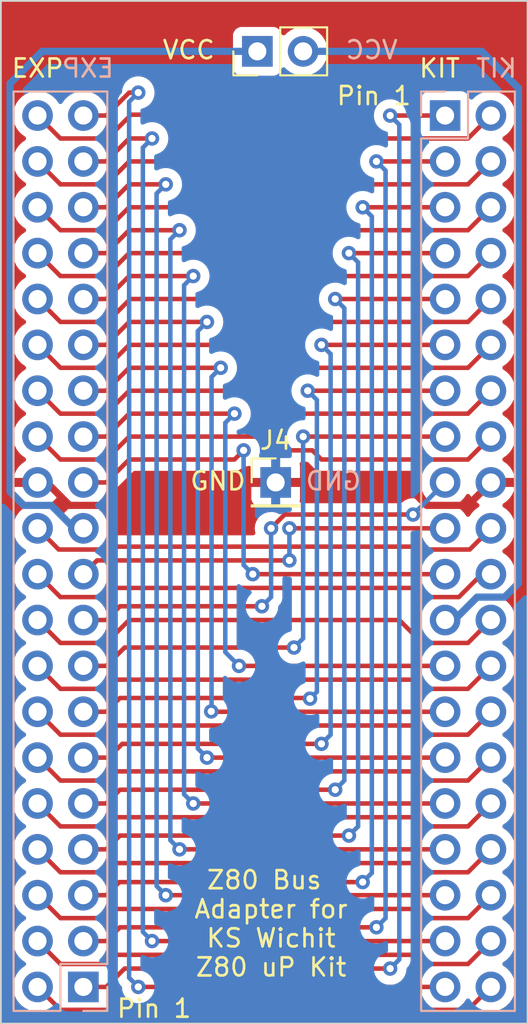
<source format=kicad_pcb>
(kicad_pcb (version 20221018) (generator pcbnew)
  (layers (0 "F.Cu" signal) (31 "B.Cu" signal) (34 "B.Paste" user) (35 "F.Paste" user) (36 "B.SilkS" user "B.Silkscreen") (37 "F.SilkS" user "F.Silkscreen") (38 "B.Mask" user) (39 "F.Mask" user) (44 "Edge.Cuts" user))
  (net 0 "")
  (net 1 "/A11")
  (net 2 "/A10")
  (net 3 "/A12")
  (net 4 "/A9")
  (net 5 "/A13")
  (net 6 "/A14")
  (net 7 "/A7")
  (net 8 "/A15")
  (net 9 "/A6")
  (net 10 "/A5")
  (net 11 "/A4")
  (net 12 "/A2")
  (net 13 "/A1")
  (net 14 "/A0")
  (net 15 "/A3")
  (net 16 "/A8")
  (net 17 "/CLK")
  (net 18 "/D4")
  (net 19 "/D3")
  (net 20 "/D5")
  (net 21 "/D6")
  (net 22 "/GND")
  (net 23 "/D7")
  (net 24 "/RFSH")
  (net 25 "/D0")
  (net 26 "/M1")
  (net 27 "/D1")
  (net 28 "/RESET")
  (net 29 "/INT")
  (net 30 "/BUSRQ")
  (net 31 "/NMI")
  (net 32 "/WAIT")
  (net 33 "/HALT")
  (net 34 "/BUSAK")
  (net 35 "/MREQ")
  (net 36 "/WR")
  (net 37 "/IOREQ")
  (net 38 "/RD")
  (net 39 "/D2")
  (net 40 "/VCC1")
  (net 41 "/VCC2")
  (footprint "Connector_PinHeader_2.54mm:PinHeader_1x02_P2.54mm_Vertical" (layer "F.Cu") (at 110.236 38.354 90)
    (fp_text reference "J3" hide)
    (fp_text value "Conn_01x02_Pin" hide)
    (fp_line (start -1.33 -1.33) (end 0 -1.33) (stroke (width 0.12)) (layer "F.SilkS"))
    (fp_line (start -1.33 0) (end -1.33 -1.33) (stroke (width 0.12)) (layer "F.SilkS"))
    (fp_line (start -1.33 1.27) (end -1.33 3.87) (stroke (width 0.12)) (layer "F.SilkS"))
    (fp_line (start -1.33 1.27) (end 1.33 1.27) (stroke (width 0.12)) (layer "F.SilkS"))
    (fp_line (start -1.33 3.87) (end 1.33 3.87) (stroke (width 0.12)) (layer "F.SilkS"))
    (fp_line (start 1.33 1.27) (end 1.33 3.87) (stroke (width 0.12)) (layer "F.SilkS"))
    (pad "1" thru_hole rect (at 0 0 90) (size 1.7 1.7) (drill 1) (layers "*.Cu" "*.Mask") (net 40 "/VCC1"))
    (pad "2" thru_hole oval (at 0 2.54 90) (size 1.7 1.7) (drill 1) (layers "*.Cu" "*.Mask") (net 41 "/VCC2"))
  )
  (footprint "Connector_PinHeader_2.54mm:PinHeader_1x01_P2.54mm_Vertical" (layer "F.Cu") (at 111.252 62.23)
    (fp_text reference "J4" (at 0 -2.33) (layer "F.SilkS"))
    (fp_text value "GND" hide)
    (fp_line (start -1.33 -1.33) (end 0 -1.33) (stroke (width 0.12)) (layer "F.SilkS"))
    (fp_line (start -1.33 0) (end -1.33 -1.33) (stroke (width 0.12)) (layer "F.SilkS"))
    (fp_line (start -1.33 1.27) (end -1.33 1.33) (stroke (width 0.12)) (layer "F.SilkS"))
    (fp_line (start -1.33 1.27) (end 1.33 1.27) (stroke (width 0.12)) (layer "F.SilkS"))
    (fp_line (start -1.33 1.33) (end 1.33 1.33) (stroke (width 0.12)) (layer "F.SilkS"))
    (fp_line (start 1.33 1.27) (end 1.33 1.33) (stroke (width 0.12)) (layer "F.SilkS"))
    (pad "1" thru_hole rect (at 0 0) (size 1.7 1.7) (drill 1) (layers "*.Cu" "*.Mask") (net 22 "/GND"))
  )
  (footprint "Connector_PinSocket_2.54mm:PinSocket_2x20_P2.54mm_Vertical" (layer "B.Cu") (at 120.65 41.91 180)
    (fp_text reference "J2" hide)
    (fp_text value "Z80_Header_KSWichit" hide)
    (fp_line (start -3.87 -49.59) (end 1.33 -49.59) (stroke (width 0.12)) (layer "B.SilkS"))
    (fp_line (start -3.87 1.33) (end -3.87 -49.59) (stroke (width 0.12)) (layer "B.SilkS"))
    (fp_line (start -3.87 1.33) (end -1.27 1.33) (stroke (width 0.12)) (layer "B.SilkS"))
    (fp_line (start -1.27 -1.27) (end 1.33 -1.27) (stroke (width 0.12)) (layer "B.SilkS"))
    (fp_line (start -1.27 1.33) (end -1.27 -1.27) (stroke (width 0.12)) (layer "B.SilkS"))
    (fp_line (start 0 1.33) (end 1.33 1.33) (stroke (width 0.12)) (layer "B.SilkS"))
    (fp_line (start 1.33 -1.27) (end 1.33 -49.59) (stroke (width 0.12)) (layer "B.SilkS"))
    (fp_line (start 1.33 1.33) (end 1.33 0) (stroke (width 0.12)) (layer "B.SilkS"))
    (pad "1" thru_hole rect (at 0 0 180) (size 1.7 1.7) (drill 1) (layers "*.Cu" "*.Mask") (net 1 "/A11"))
    (pad "2" thru_hole oval (at -2.54 0 180) (size 1.7 1.7) (drill 1) (layers "*.Cu" "*.Mask") (net 38 "/RD"))
    (pad "3" thru_hole oval (at 0 -2.54 180) (size 1.7 1.7) (drill 1) (layers "*.Cu" "*.Mask") (net 3 "/A12"))
    (pad "4" thru_hole oval (at -2.54 -2.54 180) (size 1.7 1.7) (drill 1) (layers "*.Cu" "*.Mask") (net 36 "/WR"))
    (pad "5" thru_hole oval (at 0 -5.08 180) (size 1.7 1.7) (drill 1) (layers "*.Cu" "*.Mask") (net 5 "/A13"))
    (pad "6" thru_hole oval (at -2.54 -5.08 180) (size 1.7 1.7) (drill 1) (layers "*.Cu" "*.Mask") (net 34 "/BUSAK"))
    (pad "7" thru_hole oval (at 0 -7.62 180) (size 1.7 1.7) (drill 1) (layers "*.Cu" "*.Mask") (net 6 "/A14"))
    (pad "8" thru_hole oval (at -2.54 -7.62 180) (size 1.7 1.7) (drill 1) (layers "*.Cu" "*.Mask") (net 32 "/WAIT"))
    (pad "9" thru_hole oval (at 0 -10.16 180) (size 1.7 1.7) (drill 1) (layers "*.Cu" "*.Mask") (net 8 "/A15"))
    (pad "10" thru_hole oval (at -2.54 -10.16 180) (size 1.7 1.7) (drill 1) (layers "*.Cu" "*.Mask") (net 30 "/BUSRQ"))
    (pad "11" thru_hole oval (at 0 -12.7 180) (size 1.7 1.7) (drill 1) (layers "*.Cu" "*.Mask") (net 17 "/CLK"))
    (pad "12" thru_hole oval (at -2.54 -12.7 180) (size 1.7 1.7) (drill 1) (layers "*.Cu" "*.Mask") (net 28 "/RESET"))
    (pad "13" thru_hole oval (at 0 -15.24 180) (size 1.7 1.7) (drill 1) (layers "*.Cu" "*.Mask") (net 18 "/D4"))
    (pad "14" thru_hole oval (at -2.54 -15.24 180) (size 1.7 1.7) (drill 1) (layers "*.Cu" "*.Mask") (net 26 "/M1"))
    (pad "15" thru_hole oval (at 0 -17.78 180) (size 1.7 1.7) (drill 1) (layers "*.Cu" "*.Mask") (net 19 "/D3"))
    (pad "16" thru_hole oval (at -2.54 -17.78 180) (size 1.7 1.7) (drill 1) (layers "*.Cu" "*.Mask") (net 24 "/RFSH"))
    (pad "17" thru_hole oval (at 0 -20.32 180) (size 1.7 1.7) (drill 1) (layers "*.Cu" "*.Mask") (net 20 "/D5"))
    (pad "18" thru_hole oval (at -2.54 -20.32 180) (size 1.7 1.7) (drill 1) (layers "*.Cu" "*.Mask") (net 22 "/GND"))
    (pad "19" thru_hole oval (at 0 -22.86 180) (size 1.7 1.7) (drill 1) (layers "*.Cu" "*.Mask") (net 21 "/D6"))
    (pad "20" thru_hole oval (at -2.54 -22.86 180) (size 1.7 1.7) (drill 1) (layers "*.Cu" "*.Mask") (net 14 "/A0"))
    (pad "21" thru_hole oval (at 0 -25.4 180) (size 1.7 1.7) (drill 1) (layers "*.Cu" "*.Mask") (net 39 "/D2"))
    (pad "22" thru_hole oval (at -2.54 -25.4 180) (size 1.7 1.7) (drill 1) (layers "*.Cu" "*.Mask") (net 13 "/A1"))
    (pad "23" thru_hole oval (at 0 -27.94 180) (size 1.7 1.7) (drill 1) (layers "*.Cu" "*.Mask") (net 41 "/VCC2"))
    (pad "24" thru_hole oval (at -2.54 -27.94 180) (size 1.7 1.7) (drill 1) (layers "*.Cu" "*.Mask") (net 12 "/A2"))
    (pad "25" thru_hole oval (at 0 -30.48 180) (size 1.7 1.7) (drill 1) (layers "*.Cu" "*.Mask") (net 23 "/D7"))
    (pad "26" thru_hole oval (at -2.54 -30.48 180) (size 1.7 1.7) (drill 1) (layers "*.Cu" "*.Mask") (net 15 "/A3"))
    (pad "27" thru_hole oval (at 0 -33.02 180) (size 1.7 1.7) (drill 1) (layers "*.Cu" "*.Mask") (net 25 "/D0"))
    (pad "28" thru_hole oval (at -2.54 -33.02 180) (size 1.7 1.7) (drill 1) (layers "*.Cu" "*.Mask") (net 11 "/A4"))
    (pad "29" thru_hole oval (at 0 -35.56 180) (size 1.7 1.7) (drill 1) (layers "*.Cu" "*.Mask") (net 27 "/D1"))
    (pad "30" thru_hole oval (at -2.54 -35.56 180) (size 1.7 1.7) (drill 1) (layers "*.Cu" "*.Mask") (net 10 "/A5"))
    (pad "31" thru_hole oval (at 0 -38.1 180) (size 1.7 1.7) (drill 1) (layers "*.Cu" "*.Mask") (net 29 "/INT"))
    (pad "32" thru_hole oval (at -2.54 -38.1 180) (size 1.7 1.7) (drill 1) (layers "*.Cu" "*.Mask") (net 9 "/A6"))
    (pad "33" thru_hole oval (at 0 -40.64 180) (size 1.7 1.7) (drill 1) (layers "*.Cu" "*.Mask") (net 31 "/NMI"))
    (pad "34" thru_hole oval (at -2.54 -40.64 180) (size 1.7 1.7) (drill 1) (layers "*.Cu" "*.Mask") (net 7 "/A7"))
    (pad "35" thru_hole oval (at 0 -43.18 180) (size 1.7 1.7) (drill 1) (layers "*.Cu" "*.Mask") (net 33 "/HALT"))
    (pad "36" thru_hole oval (at -2.54 -43.18 180) (size 1.7 1.7) (drill 1) (layers "*.Cu" "*.Mask") (net 16 "/A8"))
    (pad "37" thru_hole oval (at 0 -45.72 180) (size 1.7 1.7) (drill 1) (layers "*.Cu" "*.Mask") (net 35 "/MREQ"))
    (pad "38" thru_hole oval (at -2.54 -45.72 180) (size 1.7 1.7) (drill 1) (layers "*.Cu" "*.Mask") (net 4 "/A9"))
    (pad "39" thru_hole oval (at 0 -48.26 180) (size 1.7 1.7) (drill 1) (layers "*.Cu" "*.Mask") (net 37 "/IOREQ"))
    (pad "40" thru_hole oval (at -2.54 -48.26 180) (size 1.7 1.7) (drill 1) (layers "*.Cu" "*.Mask") (net 2 "/A10"))
  )
  (footprint "Connector_PinSocket_2.54mm:PinSocket_2x20_P2.54mm_Vertical" (layer "B.Cu") (at 100.584 90.17)
    (fp_text reference "J1" hide)
    (fp_text value "Z80 Bus" hide)
    (fp_line (start -3.87 -49.59) (end 1.33 -49.59) (stroke (width 0.12)) (layer "B.SilkS"))
    (fp_line (start -3.87 1.33) (end -3.87 -49.59) (stroke (width 0.12)) (layer "B.SilkS"))
    (fp_line (start -3.87 1.33) (end -1.27 1.33) (stroke (width 0.12)) (layer "B.SilkS"))
    (fp_line (start -1.27 -1.27) (end 1.33 -1.27) (stroke (width 0.12)) (layer "B.SilkS"))
    (fp_line (start -1.27 1.33) (end -1.27 -1.27) (stroke (width 0.12)) (layer "B.SilkS"))
    (fp_line (start 0 1.33) (end 1.33 1.33) (stroke (width 0.12)) (layer "B.SilkS"))
    (fp_line (start 1.33 -1.27) (end 1.33 -49.59) (stroke (width 0.12)) (layer "B.SilkS"))
    (fp_line (start 1.33 1.33) (end 1.33 0) (stroke (width 0.12)) (layer "B.SilkS"))
    (pad "1" thru_hole rect (at 0 0) (size 1.7 1.7) (drill 1) (layers "*.Cu" "*.Mask") (net 1 "/A11"))
    (pad "2" thru_hole oval (at -2.54 0) (size 1.7 1.7) (drill 1) (layers "*.Cu" "*.Mask") (net 2 "/A10"))
    (pad "3" thru_hole oval (at 0 -2.54) (size 1.7 1.7) (drill 1) (layers "*.Cu" "*.Mask") (net 3 "/A12"))
    (pad "4" thru_hole oval (at -2.54 -2.54) (size 1.7 1.7) (drill 1) (layers "*.Cu" "*.Mask") (net 4 "/A9"))
    (pad "5" thru_hole oval (at 0 -5.08) (size 1.7 1.7) (drill 1) (layers "*.Cu" "*.Mask") (net 5 "/A13"))
    (pad "6" thru_hole oval (at -2.54 -5.08) (size 1.7 1.7) (drill 1) (layers "*.Cu" "*.Mask") (net 16 "/A8"))
    (pad "7" thru_hole oval (at 0 -7.62) (size 1.7 1.7) (drill 1) (layers "*.Cu" "*.Mask") (net 6 "/A14"))
    (pad "8" thru_hole oval (at -2.54 -7.62) (size 1.7 1.7) (drill 1) (layers "*.Cu" "*.Mask") (net 7 "/A7"))
    (pad "9" thru_hole oval (at 0 -10.16) (size 1.7 1.7) (drill 1) (layers "*.Cu" "*.Mask") (net 8 "/A15"))
    (pad "10" thru_hole oval (at -2.54 -10.16) (size 1.7 1.7) (drill 1) (layers "*.Cu" "*.Mask") (net 9 "/A6"))
    (pad "11" thru_hole oval (at 0 -12.7) (size 1.7 1.7) (drill 1) (layers "*.Cu" "*.Mask") (net 17 "/CLK"))
    (pad "12" thru_hole oval (at -2.54 -12.7) (size 1.7 1.7) (drill 1) (layers "*.Cu" "*.Mask") (net 10 "/A5"))
    (pad "13" thru_hole oval (at 0 -15.24) (size 1.7 1.7) (drill 1) (layers "*.Cu" "*.Mask") (net 18 "/D4"))
    (pad "14" thru_hole oval (at -2.54 -15.24) (size 1.7 1.7) (drill 1) (layers "*.Cu" "*.Mask") (net 11 "/A4"))
    (pad "15" thru_hole oval (at 0 -17.78) (size 1.7 1.7) (drill 1) (layers "*.Cu" "*.Mask") (net 19 "/D3"))
    (pad "16" thru_hole oval (at -2.54 -17.78) (size 1.7 1.7) (drill 1) (layers "*.Cu" "*.Mask") (net 15 "/A3"))
    (pad "17" thru_hole oval (at 0 -20.32) (size 1.7 1.7) (drill 1) (layers "*.Cu" "*.Mask") (net 20 "/D5"))
    (pad "18" thru_hole oval (at -2.54 -20.32) (size 1.7 1.7) (drill 1) (layers "*.Cu" "*.Mask") (net 12 "/A2"))
    (pad "19" thru_hole oval (at 0 -22.86) (size 1.7 1.7) (drill 1) (layers "*.Cu" "*.Mask") (net 21 "/D6"))
    (pad "20" thru_hole oval (at -2.54 -22.86) (size 1.7 1.7) (drill 1) (layers "*.Cu" "*.Mask") (net 13 "/A1"))
    (pad "21" thru_hole oval (at 0 -25.4) (size 1.7 1.7) (drill 1) (layers "*.Cu" "*.Mask") (net 40 "/VCC1"))
    (pad "22" thru_hole oval (at -2.54 -25.4) (size 1.7 1.7) (drill 1) (layers "*.Cu" "*.Mask") (net 14 "/A0"))
    (pad "23" thru_hole oval (at 0 -27.94) (size 1.7 1.7) (drill 1) (layers "*.Cu" "*.Mask") (net 39 "/D2"))
    (pad "24" thru_hole oval (at -2.54 -27.94) (size 1.7 1.7) (drill 1) (layers "*.Cu" "*.Mask") (net 22 "/GND"))
    (pad "25" thru_hole oval (at 0 -30.48) (size 1.7 1.7) (drill 1) (layers "*.Cu" "*.Mask") (net 23 "/D7"))
    (pad "26" thru_hole oval (at -2.54 -30.48) (size 1.7 1.7) (drill 1) (layers "*.Cu" "*.Mask") (net 24 "/RFSH"))
    (pad "27" thru_hole oval (at 0 -33.02) (size 1.7 1.7) (drill 1) (layers "*.Cu" "*.Mask") (net 25 "/D0"))
    (pad "28" thru_hole oval (at -2.54 -33.02) (size 1.7 1.7) (drill 1) (layers "*.Cu" "*.Mask") (net 26 "/M1"))
    (pad "29" thru_hole oval (at 0 -35.56) (size 1.7 1.7) (drill 1) (layers "*.Cu" "*.Mask") (net 27 "/D1"))
    (pad "30" thru_hole oval (at -2.54 -35.56) (size 1.7 1.7) (drill 1) (layers "*.Cu" "*.Mask") (net 28 "/RESET"))
    (pad "31" thru_hole oval (at 0 -38.1) (size 1.7 1.7) (drill 1) (layers "*.Cu" "*.Mask") (net 29 "/INT"))
    (pad "32" thru_hole oval (at -2.54 -38.1) (size 1.7 1.7) (drill 1) (layers "*.Cu" "*.Mask") (net 30 "/BUSRQ"))
    (pad "33" thru_hole oval (at 0 -40.64) (size 1.7 1.7) (drill 1) (layers "*.Cu" "*.Mask") (net 31 "/NMI"))
    (pad "34" thru_hole oval (at -2.54 -40.64) (size 1.7 1.7) (drill 1) (layers "*.Cu" "*.Mask") (net 32 "/WAIT"))
    (pad "35" thru_hole oval (at 0 -43.18) (size 1.7 1.7) (drill 1) (layers "*.Cu" "*.Mask") (net 33 "/HALT"))
    (pad "36" thru_hole oval (at -2.54 -43.18) (size 1.7 1.7) (drill 1) (layers "*.Cu" "*.Mask") (net 34 "/BUSAK"))
    (pad "37" thru_hole oval (at 0 -45.72) (size 1.7 1.7) (drill 1) (layers "*.Cu" "*.Mask") (net 35 "/MREQ"))
    (pad "38" thru_hole oval (at -2.54 -45.72) (size 1.7 1.7) (drill 1) (layers "*.Cu" "*.Mask") (net 36 "/WR"))
    (pad "39" thru_hole oval (at 0 -48.26) (size 1.7 1.7) (drill 1) (layers "*.Cu" "*.Mask") (net 37 "/IOREQ"))
    (pad "40" thru_hole oval (at -2.54 -48.26) (size 1.7 1.7) (drill 1) (layers "*.Cu" "*.Mask") (net 38 "/RD"))
  )
  (gr_line (start 96.012 92.202) (end 96.012 35.56) (stroke (width 0.1)) (layer "Edge.Cuts"))
  (gr_line (start 96.012 35.56) (end 125.222 35.56) (stroke (width 0.1)) (layer "Edge.Cuts"))
  (gr_line (start 125.222 92.202) (end 96.012 92.202) (stroke (width 0.1)) (layer "Edge.Cuts"))
  (gr_line (start 125.222 35.56) (end 125.222 92.202) (stroke (width 0.1)) (layer "Edge.Cuts"))
  (gr_text "EXP" (at 102.362 39.878) (layer "B.SilkS") (effects (font (size 1 1)) (justify left bottom mirror)))
  (gr_text "GND" (at 116.078 62.738) (layer "B.SilkS") (effects (font (size 1 1)) (justify left bottom mirror)))
  (gr_text "KIT" (at 124.714 39.878) (layer "B.SilkS") (effects (font (size 1 1)) (justify left bottom mirror)))
  (gr_text "VCC" (at 118.11 38.862) (layer "B.SilkS") (effects (font (size 1 1)) (justify left bottom mirror)))
  (gr_text "KIT" (at 119.126 39.878) (layer "F.SilkS") (effects (font (size 1 1)) (justify left bottom)))
  (gr_text "Pin 1" (at 102.362 91.948) (layer "F.SilkS") (effects (font (size 1 1)) (justify left bottom)))
  (gr_text "VCC" (at 104.902 38.862) (layer "F.SilkS") (effects (font (size 1 1)) (justify left bottom)))
  (gr_text "Z80 Bus \nAdapter for\nKS Wichit\nZ80 uP Kit" (at 110.998 89.662) (layer "F.SilkS") (effects (font (size 1 1)) (justify bottom)))
  (gr_text "EXP" (at 96.52 39.878) (layer "F.SilkS") (effects (font (size 1 1)) (justify left bottom)))
  (gr_text "GND" (at 106.426 62.738) (layer "F.SilkS") (effects (font (size 1 1)) (justify left bottom)))
  (gr_text "Pin 1" (at 114.554 41.402) (layer "F.SilkS") (effects (font (size 1 1)) (justify left bottom)))
  (segment (start 117.602 89.154) (end 102.87 89.154) (width 0.25) (layer "F.Cu") (net 1))
  (segment (start 102.87 89.154) (end 101.854 90.17) (width 0.25) (layer "F.Cu") (net 1))
  (segment (start 120.65 41.91) (end 117.602 41.91) (width 0.25) (layer "F.Cu") (net 1))
  (segment (start 101.854 90.17) (end 100.584 90.17) (width 0.25) (layer "F.Cu") (net 1))
  (via (at 117.602 41.91) (size 0.8) (drill 0.4) (layers "F.Cu" "B.Cu") (net 1))
  (via (at 117.602 89.154) (size 0.8) (drill 0.4) (layers "F.Cu" "B.Cu") (net 1))
  (segment (start 118.11 88.646) (end 118.11 42.418) (width 0.25) (layer "B.Cu") (net 1))
  (segment (start 118.11 42.418) (end 117.602 41.91) (width 0.25) (layer "B.Cu") (net 1))
  (segment (start 117.602 89.154) (end 118.11 88.646) (width 0.25) (layer "B.Cu") (net 1))
  (segment (start 98.044 90.17) (end 99.314 91.44) (width 0.25) (layer "F.Cu") (net 2))
  (segment (start 99.314 91.44) (end 121.92 91.44) (width 0.25) (layer "F.Cu") (net 2))
  (segment (start 121.92 91.44) (end 123.19 90.17) (width 0.25) (layer "F.Cu") (net 2))
  (segment (start 102.616 86.868) (end 101.854 87.63) (width 0.25) (layer "F.Cu") (net 3))
  (segment (start 101.854 87.63) (end 100.584 87.63) (width 0.25) (layer "F.Cu") (net 3))
  (segment (start 116.84 86.868) (end 102.616 86.868) (width 0.25) (layer "F.Cu") (net 3))
  (segment (start 116.84 44.45) (end 120.65 44.45) (width 0.25) (layer "F.Cu") (net 3))
  (via (at 116.84 86.868) (size 0.8) (drill 0.4) (layers "F.Cu" "B.Cu") (net 3))
  (via (at 116.84 44.45) (size 0.8) (drill 0.4) (layers "F.Cu" "B.Cu") (net 3))
  (segment (start 116.84 44.45) (end 117.348 44.958) (width 0.25) (layer "B.Cu") (net 3))
  (segment (start 117.348 44.958) (end 117.348 86.36) (width 0.25) (layer "B.Cu") (net 3))
  (segment (start 117.348 86.36) (end 116.84 86.868) (width 0.25) (layer "B.Cu") (net 3))
  (segment (start 121.92 88.9) (end 119.38 88.9) (width 0.25) (layer "F.Cu") (net 4))
  (segment (start 123.19 87.63) (end 121.92 88.9) (width 0.25) (layer "F.Cu") (net 4))
  (segment (start 101.854 88.9) (end 99.314 88.9) (width 0.25) (layer "F.Cu") (net 4))
  (segment (start 99.314 88.9) (end 98.044 87.63) (width 0.25) (layer "F.Cu") (net 4))
  (segment (start 102.362 88.392) (end 101.854 88.9) (width 0.25) (layer "F.Cu") (net 4))
  (segment (start 118.872 88.392) (end 102.362 88.392) (width 0.25) (layer "F.Cu") (net 4))
  (segment (start 119.38 88.9) (end 118.872 88.392) (width 0.25) (layer "F.Cu") (net 4))
  (segment (start 101.854 85.09) (end 100.584 85.09) (width 0.25) (layer "F.Cu") (net 5))
  (segment (start 116.078 46.99) (end 120.65 46.99) (width 0.25) (layer "F.Cu") (net 5))
  (segment (start 102.579 84.365) (end 101.854 85.09) (width 0.25) (layer "F.Cu") (net 5))
  (segment (start 116.078 84.365) (end 102.579 84.365) (width 0.25) (layer "F.Cu") (net 5))
  (via (at 116.078 46.99) (size 0.8) (drill 0.4) (layers "F.Cu" "B.Cu") (net 5))
  (via (at 116.078 84.365) (size 0.8) (drill 0.4) (layers "F.Cu" "B.Cu") (net 5))
  (segment (start 116.078 46.99) (end 116.586 47.498) (width 0.25) (layer "B.Cu") (net 5))
  (segment (start 116.586 83.857) (end 116.078 84.365) (width 0.25) (layer "B.Cu") (net 5))
  (segment (start 116.586 47.498) (end 116.586 83.857) (width 0.25) (layer "B.Cu") (net 5))
  (segment (start 101.854 82.55) (end 102.616 81.788) (width 0.25) (layer "F.Cu") (net 6))
  (segment (start 115.316 49.53) (end 120.65 49.53) (width 0.25) (layer "F.Cu") (net 6))
  (segment (start 102.616 81.788) (end 115.316 81.788) (width 0.25) (layer "F.Cu") (net 6))
  (segment (start 101.854 82.55) (end 100.584 82.55) (width 0.25) (layer "F.Cu") (net 6))
  (via (at 115.316 81.788) (size 0.8) (drill 0.4) (layers "F.Cu" "B.Cu") (net 6))
  (via (at 115.316 49.53) (size 0.8) (drill 0.4) (layers "F.Cu" "B.Cu") (net 6))
  (segment (start 115.824 81.28) (end 115.316 81.788) (width 0.25) (layer "B.Cu") (net 6))
  (segment (start 115.824 50.038) (end 115.824 81.28) (width 0.25) (layer "B.Cu") (net 6))
  (segment (start 115.316 49.53) (end 115.824 50.038) (width 0.25) (layer "B.Cu") (net 6))
  (segment (start 101.854 83.82) (end 99.314 83.82) (width 0.25) (layer "F.Cu") (net 7))
  (segment (start 102.362 83.312) (end 101.854 83.82) (width 0.25) (layer "F.Cu") (net 7))
  (segment (start 123.19 82.55) (end 121.92 83.82) (width 0.25) (layer "F.Cu") (net 7))
  (segment (start 119.38 83.82) (end 118.872 83.312) (width 0.25) (layer "F.Cu") (net 7))
  (segment (start 118.872 83.312) (end 102.362 83.312) (width 0.25) (layer "F.Cu") (net 7))
  (segment (start 99.314 83.82) (end 98.044 82.55) (width 0.25) (layer "F.Cu") (net 7))
  (segment (start 121.92 83.82) (end 119.38 83.82) (width 0.25) (layer "F.Cu") (net 7))
  (segment (start 114.554 52.07) (end 120.65 52.07) (width 0.25) (layer "F.Cu") (net 8))
  (segment (start 102.616 79.248) (end 101.854 80.01) (width 0.25) (layer "F.Cu") (net 8))
  (segment (start 101.854 80.01) (end 100.584 80.01) (width 0.25) (layer "F.Cu") (net 8))
  (segment (start 114.554 79.248) (end 102.616 79.248) (width 0.25) (layer "F.Cu") (net 8))
  (via (at 114.554 79.248) (size 0.8) (drill 0.4) (layers "F.Cu" "B.Cu") (net 8))
  (via (at 114.554 52.07) (size 0.8) (drill 0.4) (layers "F.Cu" "B.Cu") (net 8))
  (segment (start 115.062 52.578) (end 115.062 78.74) (width 0.25) (layer "B.Cu") (net 8))
  (segment (start 114.554 52.07) (end 115.062 52.578) (width 0.25) (layer "B.Cu") (net 8))
  (segment (start 115.062 78.74) (end 114.554 79.248) (width 0.25) (layer "B.Cu") (net 8))
  (segment (start 101.79585 81.28) (end 99.314 81.28) (width 0.25) (layer "F.Cu") (net 9))
  (segment (start 102.30385 80.772) (end 101.79585 81.28) (width 0.25) (layer "F.Cu") (net 9))
  (segment (start 121.92 81.28) (end 119.38 81.28) (width 0.25) (layer "F.Cu") (net 9))
  (segment (start 119.38 81.28) (end 118.872 80.772) (width 0.25) (layer "F.Cu") (net 9))
  (segment (start 99.314 81.28) (end 98.044 80.01) (width 0.25) (layer "F.Cu") (net 9))
  (segment (start 118.872 80.772) (end 102.30385 80.772) (width 0.25) (layer "F.Cu") (net 9))
  (segment (start 123.19 80.01) (end 121.92 81.28) (width 0.25) (layer "F.Cu") (net 9))
  (segment (start 101.854 78.74) (end 99.314 78.74) (width 0.25) (layer "F.Cu") (net 10))
  (segment (start 99.314 78.74) (end 98.044 77.47) (width 0.25) (layer "F.Cu") (net 10))
  (segment (start 102.362 78.232) (end 101.854 78.74) (width 0.25) (layer "F.Cu") (net 10))
  (segment (start 121.92 78.74) (end 119.38 78.74) (width 0.25) (layer "F.Cu") (net 10))
  (segment (start 119.38 78.74) (end 118.872 78.232) (width 0.25) (layer "F.Cu") (net 10))
  (segment (start 118.872 78.232) (end 102.362 78.232) (width 0.25) (layer "F.Cu") (net 10))
  (segment (start 123.19 77.47) (end 121.92 78.74) (width 0.25) (layer "F.Cu") (net 10))
  (segment (start 102.362 75.692) (end 101.854 76.2) (width 0.25) (layer "F.Cu") (net 11))
  (segment (start 123.19 74.93) (end 121.92 76.2) (width 0.25) (layer "F.Cu") (net 11))
  (segment (start 101.854 76.2) (end 99.314 76.2) (width 0.25) (layer "F.Cu") (net 11))
  (segment (start 119.38 76.2) (end 118.872 75.692) (width 0.25) (layer "F.Cu") (net 11))
  (segment (start 121.92 76.2) (end 119.38 76.2) (width 0.25) (layer "F.Cu") (net 11))
  (segment (start 118.872 75.692) (end 102.362 75.692) (width 0.25) (layer "F.Cu") (net 11))
  (segment (start 99.314 76.2) (end 98.044 74.93) (width 0.25) (layer "F.Cu") (net 11))
  (segment (start 99.314 71.12) (end 98.044 69.85) (width 0.25) (layer "F.Cu") (net 12))
  (segment (start 121.92 71.12) (end 119.38 71.12) (width 0.25) (layer "F.Cu") (net 12))
  (segment (start 123.19 69.85) (end 121.92 71.12) (width 0.25) (layer "F.Cu") (net 12))
  (segment (start 119.38 71.12) (end 118.11 69.85) (width 0.25) (layer "F.Cu") (net 12))
  (segment (start 101.854 71.12) (end 99.314 71.12) (width 0.25) (layer "F.Cu") (net 12))
  (segment (start 103.124 69.85) (end 101.854 71.12) (width 0.25) (layer "F.Cu") (net 12))
  (segment (start 118.11 69.85) (end 103.124 69.85) (width 0.25) (layer "F.Cu") (net 12))
  (segment (start 101.854 68.58) (end 99.314 68.58) (width 0.25) (layer "F.Cu") (net 13))
  (segment (start 123.19 67.31) (end 122.682 67.31) (width 0.25) (layer "F.Cu") (net 13))
  (segment (start 99.314 68.58) (end 98.044 67.31) (width 0.25) (layer "F.Cu") (net 13))
  (segment (start 122.682 67.31) (end 121.412 68.58) (width 0.25) (layer "F.Cu") (net 13))
  (segment (start 121.412 68.58) (end 119.38 68.58) (width 0.25) (layer "F.Cu") (net 13))
  (segment (start 118.872 68.072) (end 102.362 68.072) (width 0.25) (layer "F.Cu") (net 13))
  (segment (start 102.362 68.072) (end 101.854 68.58) (width 0.25) (layer "F.Cu") (net 13))
  (segment (start 119.38 68.58) (end 118.872 68.072) (width 0.25) (layer "F.Cu") (net 13))
  (segment (start 99.219 65.945) (end 101.949 65.945) (width 0.25) (layer "F.Cu") (net 14))
  (segment (start 102.108 65.786) (end 119.126 65.786) (width 0.25) (layer "F.Cu") (net 14))
  (segment (start 119.126 65.786) (end 119.285 65.945) (width 0.25) (layer "F.Cu") (net 14))
  (segment (start 122.015 65.945) (end 123.19 64.77) (width 0.25) (layer "F.Cu") (net 14))
  (segment (start 101.949 65.945) (end 102.108 65.786) (width 0.25) (layer "F.Cu") (net 14))
  (segment (start 119.285 65.945) (end 122.015 65.945) (width 0.25) (layer "F.Cu") (net 14))
  (segment (start 98.044 64.77) (end 99.219 65.945) (width 0.25) (layer "F.Cu") (net 14))
  (segment (start 118.872 73.152) (end 102.362 73.152) (width 0.25) (layer "F.Cu") (net 15))
  (segment (start 123.19 72.39) (end 121.92 73.66) (width 0.25) (layer "F.Cu") (net 15))
  (segment (start 119.38 73.66) (end 118.872 73.152) (width 0.25) (layer "F.Cu") (net 15))
  (segment (start 101.854 73.66) (end 99.314 73.66) (width 0.25) (layer "F.Cu") (net 15))
  (segment (start 102.362 73.152) (end 101.854 73.66) (width 0.25) (layer "F.Cu") (net 15))
  (segment (start 99.314 73.66) (end 98.044 72.39) (width 0.25) (layer "F.Cu") (net 15))
  (segment (start 121.92 73.66) (end 119.38 73.66) (width 0.25) (layer "F.Cu") (net 15))
  (segment (start 119.38 86.36) (end 118.872 85.852) (width 0.25) (layer "F.Cu") (net 16))
  (segment (start 101.854 86.36) (end 99.314 86.36) (width 0.25) (layer "F.Cu") (net 16))
  (segment (start 102.362 85.852) (end 101.854 86.36) (width 0.25) (layer "F.Cu") (net 16))
  (segment (start 121.92 86.36) (end 119.38 86.36) (width 0.25) (layer "F.Cu") (net 16))
  (segment (start 118.872 85.852) (end 102.362 85.852) (width 0.25) (layer "F.Cu") (net 16))
  (segment (start 99.314 86.36) (end 98.044 85.09) (width 0.25) (layer "F.Cu") (net 16))
  (segment (start 123.19 85.09) (end 121.92 86.36) (width 0.25) (layer "F.Cu") (net 16))
  (segment (start 113.792 54.61) (end 120.65 54.61) (width 0.25) (layer "F.Cu") (net 17))
  (segment (start 101.981 77.47) (end 100.584 77.47) (width 0.25) (layer "F.Cu") (net 17))
  (segment (start 102.743 76.708) (end 101.981 77.47) (width 0.25) (layer "F.Cu") (net 17))
  (segment (start 113.792 76.708) (end 102.743 76.708) (width 0.25) (layer "F.Cu") (net 17))
  (via (at 113.792 76.708) (size 0.8) (drill 0.4) (layers "F.Cu" "B.Cu") (net 17))
  (via (at 113.792 54.61) (size 0.8) (drill 0.4) (layers "F.Cu" "B.Cu") (net 17))
  (segment (start 114.3 76.2) (end 113.792 76.708) (width 0.25) (layer "B.Cu") (net 17))
  (segment (start 113.792 54.61) (end 114.3 55.118) (width 0.25) (layer "B.Cu") (net 17))
  (segment (start 114.3 55.118) (end 114.3 76.2) (width 0.25) (layer "B.Cu") (net 17))
  (segment (start 113.03 57.15) (end 120.65 57.15) (width 0.25) (layer "F.Cu") (net 18))
  (segment (start 113.12 74.168) (end 102.616 74.168) (width 0.25) (layer "F.Cu") (net 18))
  (segment (start 113.157 74.205) (end 113.12 74.168) (width 0.25) (layer "F.Cu") (net 18))
  (segment (start 101.854 74.93) (end 100.584 74.93) (width 0.25) (layer "F.Cu") (net 18))
  (segment (start 102.616 74.168) (end 101.854 74.93) (width 0.25) (layer "F.Cu") (net 18))
  (via (at 113.157 74.205) (size 0.8) (drill 0.4) (layers "F.Cu" "B.Cu") (net 18))
  (via (at 113.03 57.15) (size 0.8) (drill 0.4) (layers "F.Cu" "B.Cu") (net 18))
  (segment (start 113.03 57.15) (end 113.538 57.658) (width 0.25) (layer "B.Cu") (net 18))
  (segment (start 113.538 73.824) (end 113.157 74.205) (width 0.25) (layer "B.Cu") (net 18))
  (segment (start 113.538 57.658) (end 113.538 73.824) (width 0.25) (layer "B.Cu") (net 18))
  (segment (start 112.776 59.69) (end 120.65 59.69) (width 0.25) (layer "F.Cu") (net 19))
  (segment (start 101.854 72.39) (end 100.584 72.39) (width 0.25) (layer "F.Cu") (net 19))
  (segment (start 102.87 71.374) (end 101.854 72.39) (width 0.25) (layer "F.Cu") (net 19))
  (segment (start 112.268 71.374) (end 102.87 71.374) (width 0.25) (layer "F.Cu") (net 19))
  (via (at 112.268 71.374) (size 0.8) (drill 0.4) (layers "F.Cu" "B.Cu") (net 19))
  (via (at 112.776 59.69) (size 0.8) (drill 0.4) (layers "F.Cu" "B.Cu") (net 19))
  (segment (start 112.268 71.374) (end 112.776 70.866) (width 0.25) (layer "B.Cu") (net 19))
  (segment (start 112.776 70.866) (end 112.776 59.69) (width 0.25) (layer "B.Cu") (net 19))
  (segment (start 101.854 69.85) (end 100.584 69.85) (width 0.25) (layer "F.Cu") (net 20))
  (segment (start 102.616 69.088) (end 101.854 69.85) (width 0.25) (layer "F.Cu") (net 20))
  (segment (start 110.998 64.760695) (end 111.750695 64.008) (width 0.25) (layer "F.Cu") (net 20))
  (segment (start 110.49 69.088) (end 102.616 69.088) (width 0.25) (layer "F.Cu") (net 20))
  (segment (start 110.998 64.77) (end 110.998 64.760695) (width 0.25) (layer "F.Cu") (net 20))
  (segment (start 111.750695 64.008) (end 118.872 64.008) (width 0.25) (layer "F.Cu") (net 20))
  (via (at 110.998 64.77) (size 0.8) (drill 0.4) (layers "F.Cu" "B.Cu") (net 20))
  (via (at 118.872 64.008) (size 0.8) (drill 0.4) (layers "F.Cu" "B.Cu") (net 20))
  (via (at 110.49 69.088) (size 0.8) (drill 0.4) (layers "F.Cu" "B.Cu") (net 20))
  (segment (start 110.998 68.58) (end 110.998 64.77) (width 0.25) (layer "B.Cu") (net 20))
  (segment (start 118.872 64.008) (end 120.65 62.23) (width 0.25) (layer "B.Cu") (net 20))
  (segment (start 110.49 69.088) (end 110.998 68.58) (width 0.25) (layer "B.Cu") (net 20))
  (segment (start 101.346 66.548) (end 100.584 67.31) (width 0.25) (layer "F.Cu") (net 21))
  (segment (start 112.014 66.548) (end 101.346 66.548) (width 0.25) (layer "F.Cu") (net 21))
  (segment (start 112.014 64.77) (end 120.65 64.77) (width 0.25) (layer "F.Cu") (net 21))
  (via (at 112.014 64.77) (size 0.8) (drill 0.4) (layers "F.Cu" "B.Cu") (net 21))
  (via (at 112.014 66.548) (size 0.8) (drill 0.4) (layers "F.Cu" "B.Cu") (net 21))
  (segment (start 112.014 64.77) (end 112.014 66.548) (width 0.25) (layer "B.Cu") (net 21))
  (segment (start 98.552 62.23) (end 98.044 62.23) (width 0.4) (layer "F.Cu") (net 22))
  (segment (start 111.506 62.23) (end 111.252 62.484) (width 0.4) (layer "F.Cu") (net 22))
  (segment (start 119.634 63.5) (end 118.364 62.23) (width 0.4) (layer "F.Cu") (net 22))
  (segment (start 99.822 63.5) (end 98.552 62.23) (width 0.4) (layer "F.Cu") (net 22))
  (segment (start 103.124 62.23) (end 101.854 63.5) (width 0.4) (layer "F.Cu") (net 22))
  (segment (start 123.19 62.23) (end 121.92 63.5) (width 0.4) (layer "F.Cu") (net 22))
  (segment (start 121.92 63.5) (end 119.634 63.5) (width 0.4) (layer "F.Cu") (net 22))
  (segment (start 110.998 62.23) (end 103.124 62.23) (width 0.4) (layer "F.Cu") (net 22))
  (segment (start 118.364 62.23) (end 111.252 62.23) (width 0.4) (layer "F.Cu") (net 22))
  (segment (start 111.252 62.484) (end 110.998 62.23) (width 0.4) (layer "F.Cu") (net 22))
  (segment (start 101.854 63.5) (end 99.822 63.5) (width 0.4) (layer "F.Cu") (net 22))
  (segment (start 109.22 72.39) (end 120.65 72.39) (width 0.25) (layer "F.Cu") (net 23))
  (segment (start 101.854 59.69) (end 100.584 59.69) (width 0.25) (layer "F.Cu") (net 23))
  (segment (start 108.966 58.42) (end 103.124 58.42) (width 0.25) (layer "F.Cu") (net 23))
  (segment (start 103.124 58.42) (end 101.854 59.69) (width 0.25) (layer "F.Cu") (net 23))
  (via (at 108.966 58.42) (size 0.8) (drill 0.4) (layers "F.Cu" "B.Cu") (net 23))
  (via (at 109.22 72.39) (size 0.8) (drill 0.4) (layers "F.Cu" "B.Cu") (net 23))
  (segment (start 109.22 72.39) (end 108.458 71.628) (width 0.25) (layer "B.Cu") (net 23))
  (segment (start 108.458 71.628) (end 108.458 58.928) (width 0.25) (layer "B.Cu") (net 23))
  (segment (start 108.458 58.928) (end 108.966 58.42) (width 0.25) (layer "B.Cu") (net 23))
  (segment (start 103.124 59.69) (end 110.998 59.69) (width 0.25) (layer "F.Cu") (net 24))
  (segment (start 110.998 59.69) (end 111.76 60.452) (width 0.25) (layer "F.Cu") (net 24))
  (segment (start 113.792 60.96) (end 121.92 60.96) (width 0.25) (layer "F.Cu") (net 24))
  (segment (start 121.92 60.96) (end 123.19 59.69) (width 0.25) (layer "F.Cu") (net 24))
  (segment (start 101.854 60.96) (end 103.124 59.69) (width 0.25) (layer "F.Cu") (net 24))
  (segment (start 99.314 60.96) (end 101.854 60.96) (width 0.25) (layer "F.Cu") (net 24))
  (segment (start 113.284 60.452) (end 113.792 60.96) (width 0.25) (layer "F.Cu") (net 24))
  (segment (start 98.044 59.69) (end 99.314 60.96) (width 0.25) (layer "F.Cu") (net 24))
  (segment (start 111.76 60.452) (end 113.284 60.452) (width 0.25) (layer "F.Cu") (net 24))
  (segment (start 98.044 59.7375) (end 98.044 59.69) (width 0.25) (layer "B.Cu") (net 24))
  (segment (start 107.6775 74.9115) (end 107.7145 74.9485) (width 0.25) (layer "F.Cu") (net 25))
  (segment (start 101.854 57.15) (end 100.584 57.15) (width 0.25) (layer "F.Cu") (net 25))
  (segment (start 107.6775 74.9115) (end 107.696 74.93) (width 0.25) (layer "F.Cu") (net 25))
  (segment (start 103.124 55.88) (end 101.854 57.15) (width 0.25) (layer "F.Cu") (net 25))
  (segment (start 108.204 55.88) (end 103.124 55.88) (width 0.25) (layer "F.Cu") (net 25))
  (segment (start 107.696 74.93) (end 120.65 74.93) (width 0.25) (layer "F.Cu") (net 25))
  (via (at 108.204 55.88) (size 0.8) (drill 0.4) (layers "F.Cu" "B.Cu") (net 25))
  (via (at 107.6775 74.9115) (size 0.8) (drill 0.4) (layers "F.Cu" "B.Cu") (net 25))
  (segment (start 107.696 74.893) (end 107.696 56.388) (width 0.25) (layer "B.Cu") (net 25))
  (segment (start 107.6775 74.9115) (end 107.696 74.893) (width 0.25) (layer "B.Cu") (net 25))
  (segment (start 107.696 56.388) (end 108.204 55.88) (width 0.25) (layer "B.Cu") (net 25))
  (segment (start 112.268 58.42) (end 110.998 57.15) (width 0.25) (layer "F.Cu") (net 26))
  (segment (start 99.314 58.42) (end 98.044 57.15) (width 0.25) (layer "F.Cu") (net 26))
  (segment (start 103.124 57.15) (end 101.854 58.42) (width 0.25) (layer "F.Cu") (net 26))
  (segment (start 123.19 57.15) (end 121.92 58.42) (width 0.25) (layer "F.Cu") (net 26))
  (segment (start 110.998 57.15) (end 103.124 57.15) (width 0.25) (layer "F.Cu") (net 26))
  (segment (start 121.92 58.42) (end 112.268 58.42) (width 0.25) (layer "F.Cu") (net 26))
  (segment (start 101.854 58.42) (end 99.314 58.42) (width 0.25) (layer "F.Cu") (net 26))
  (segment (start 100.584 54.5625) (end 100.6315 54.61) (width 0.25) (layer "F.Cu") (net 27))
  (segment (start 101.854 54.61) (end 100.584 54.61) (width 0.25) (layer "F.Cu") (net 27))
  (segment (start 107.442 77.47) (end 120.65 77.47) (width 0.25) (layer "F.Cu") (net 27))
  (segment (start 103.124 53.34) (end 101.854 54.61) (width 0.25) (layer "F.Cu") (net 27))
  (segment (start 107.442 53.34) (end 103.124 53.34) (width 0.25) (layer "F.Cu") (net 27))
  (via (at 107.442 77.47) (size 0.8) (drill 0.4) (layers "F.Cu" "B.Cu") (net 27))
  (via (at 107.442 53.34) (size 0.8) (drill 0.4) (layers "F.Cu" "B.Cu") (net 27))
  (segment (start 106.934 76.962) (end 106.934 53.848) (width 0.25) (layer "B.Cu") (net 27))
  (segment (start 106.934 53.848) (end 107.442 53.34) (width 0.25) (layer "B.Cu") (net 27))
  (segment (start 107.442 77.47) (end 106.934 76.962) (width 0.25) (layer "B.Cu") (net 27))
  (segment (start 121.92 55.88) (end 123.19 54.61) (width 0.25) (layer "F.Cu") (net 28))
  (segment (start 112.145652 55.88) (end 121.92 55.88) (width 0.25) (layer "F.Cu") (net 28))
  (segment (start 103.124 54.61) (end 110.875652 54.61) (width 0.25) (layer "F.Cu") (net 28))
  (segment (start 98.044 54.61) (end 99.314 55.88) (width 0.25) (layer "F.Cu") (net 28))
  (segment (start 101.854 55.88) (end 103.124 54.61) (width 0.25) (layer "F.Cu") (net 28))
  (segment (start 110.875652 54.61) (end 112.145652 55.88) (width 0.25) (layer "F.Cu") (net 28))
  (segment (start 99.314 55.88) (end 101.854 55.88) (width 0.25) (layer "F.Cu") (net 28))
  (segment (start 103.124 50.8) (end 101.854 52.07) (width 0.25) (layer "F.Cu") (net 29))
  (segment (start 106.68 50.8) (end 103.124 50.8) (width 0.25) (layer "F.Cu") (net 29))
  (segment (start 101.854 52.07) (end 100.584 52.07) (width 0.25) (layer "F.Cu") (net 29))
  (segment (start 106.68 80.01) (end 120.65 80.01) (width 0.25) (layer "F.Cu") (net 29))
  (segment (start 100.6315 52.07) (end 100.584 52.0225) (width 0.25) (layer "F.Cu") (net 29))
  (via (at 106.68 80.01) (size 0.8) (drill 0.4) (layers "F.Cu" "B.Cu") (net 29))
  (via (at 106.68 50.8) (size 0.8) (drill 0.4) (layers "F.Cu" "B.Cu") (net 29))
  (segment (start 106.172 51.308) (end 106.68 50.8) (width 0.25) (layer "B.Cu") (net 29))
  (segment (start 106.68 80.01) (end 106.172 79.502) (width 0.25) (layer "B.Cu") (net 29))
  (segment (start 106.172 79.502) (end 106.172 51.308) (width 0.25) (layer "B.Cu") (net 29))
  (segment (start 103.186802 52.07) (end 110.998 52.07) (width 0.25) (layer "F.Cu") (net 30))
  (segment (start 99.314 53.34) (end 101.916802 53.34) (width 0.25) (layer "F.Cu") (net 30))
  (segment (start 98.044 52.07) (end 99.314 53.34) (width 0.25) (layer "F.Cu") (net 30))
  (segment (start 121.92 53.34) (end 123.19 52.07) (width 0.25) (layer "F.Cu") (net 30))
  (segment (start 101.916802 53.34) (end 103.186802 52.07) (width 0.25) (layer "F.Cu") (net 30))
  (segment (start 110.998 52.07) (end 112.268 53.34) (width 0.25) (layer "F.Cu") (net 30))
  (segment (start 112.268 53.34) (end 121.92 53.34) (width 0.25) (layer "F.Cu") (net 30))
  (segment (start 101.854 49.53) (end 100.584 49.53) (width 0.25) (layer "F.Cu") (net 31))
  (segment (start 103.124 48.26) (end 101.854 49.53) (width 0.25) (layer "F.Cu") (net 31))
  (segment (start 105.918 82.55) (end 120.65 82.55) (width 0.25) (layer "F.Cu") (net 31))
  (segment (start 105.918 48.26) (end 103.124 48.26) (width 0.25) (layer "F.Cu") (net 31))
  (segment (start 100.584 49.4825) (end 100.6315 49.53) (width 0.25) (layer "F.Cu") (net 31))
  (via (at 105.918 48.26) (size 0.8) (drill 0.4) (layers "F.Cu" "B.Cu") (net 31))
  (via (at 105.918 82.55) (size 0.8) (drill 0.4) (layers "F.Cu" "B.Cu") (net 31))
  (segment (start 105.918 82.55) (end 105.41 82.042) (width 0.25) (layer "B.Cu") (net 31))
  (segment (start 105.41 48.768) (end 105.918 48.26) (width 0.25) (layer "B.Cu") (net 31))
  (segment (start 105.41 82.042) (end 105.41 48.768) (width 0.25) (layer "B.Cu") (net 31))
  (segment (start 98.044 49.53) (end 99.314 50.8) (width 0.25) (layer "F.Cu") (net 32))
  (segment (start 121.92 50.8) (end 123.19 49.53) (width 0.25) (layer "F.Cu") (net 32))
  (segment (start 112.268 50.8) (end 121.92 50.8) (width 0.25) (layer "F.Cu") (net 32))
  (segment (start 99.314 50.8) (end 101.854 50.8) (width 0.25) (layer "F.Cu") (net 32))
  (segment (start 101.854 50.8) (end 103.124 49.53) (width 0.25) (layer "F.Cu") (net 32))
  (segment (start 103.124 49.53) (end 110.998 49.53) (width 0.25) (layer "F.Cu") (net 32))
  (segment (start 110.998 49.53) (end 112.268 50.8) (width 0.25) (layer "F.Cu") (net 32))
  (segment (start 105.156 85.09) (end 120.65 85.09) (width 0.25) (layer "F.Cu") (net 33))
  (segment (start 105.156 45.72) (end 103.124 45.72) (width 0.25) (layer "F.Cu") (net 33))
  (segment (start 101.854 46.99) (end 100.584 46.99) (width 0.25) (layer "F.Cu") (net 33))
  (segment (start 103.124 45.72) (end 101.854 46.99) (width 0.25) (layer "F.Cu") (net 33))
  (segment (start 100.6315 46.99) (end 100.584 46.9425) (width 0.25) (layer "F.Cu") (net 33))
  (via (at 105.156 85.09) (size 0.8) (drill 0.4) (layers "F.Cu" "B.Cu") (net 33))
  (via (at 105.156 45.72) (size 0.8) (drill 0.4) (layers "F.Cu" "B.Cu") (net 33))
  (segment (start 104.648 46.228) (end 105.156 45.72) (width 0.25) (layer "B.Cu") (net 33))
  (segment (start 104.648 84.582) (end 104.648 46.228) (width 0.25) (layer "B.Cu") (net 33))
  (segment (start 105.156 85.09) (end 104.648 84.582) (width 0.25) (layer "B.Cu") (net 33))
  (segment (start 99.314 48.26) (end 101.854 48.26) (width 0.25) (layer "F.Cu") (net 34))
  (segment (start 103.124 46.99) (end 110.998 46.99) (width 0.25) (layer "F.Cu") (net 34))
  (segment (start 101.854 48.26) (end 103.124 46.99) (width 0.25) (layer "F.Cu") (net 34))
  (segment (start 110.998 46.99) (end 112.268 48.26) (width 0.25) (layer "F.Cu") (net 34))
  (segment (start 121.92 48.26) (end 123.19 46.99) (width 0.25) (layer "F.Cu") (net 34))
  (segment (start 98.044 46.99) (end 99.314 48.26) (width 0.25) (layer "F.Cu") (net 34))
  (segment (start 112.268 48.26) (end 121.92 48.26) (width 0.25) (layer "F.Cu") (net 34))
  (segment (start 101.854 44.45) (end 100.584 44.45) (width 0.25) (layer "F.Cu") (net 35))
  (segment (start 104.394 87.63) (end 120.65 87.63) (width 0.25) (layer "F.Cu") (net 35))
  (segment (start 103.124 43.18) (end 101.854 44.45) (width 0.25) (layer "F.Cu") (net 35))
  (segment (start 104.394 43.18) (end 103.124 43.18) (width 0.25) (layer "F.Cu") (net 35))
  (segment (start 100.584 44.4025) (end 100.6315 44.45) (width 0.25) (layer "F.Cu") (net 35))
  (via (at 104.394 43.18) (size 0.8) (drill 0.4) (layers "F.Cu" "B.Cu") (net 35))
  (via (at 104.394 87.63) (size 0.8) (drill 0.4) (layers "F.Cu" "B.Cu") (net 35))
  (segment (start 103.886 43.688) (end 104.394 43.18) (width 0.25) (layer "B.Cu") (net 35))
  (segment (start 103.886 87.122) (end 103.886 43.688) (width 0.25) (layer "B.Cu") (net 35))
  (segment (start 104.394 87.63) (end 103.886 87.122) (width 0.25) (layer "B.Cu") (net 35))
  (segment (start 121.92 45.72) (end 123.19 44.45) (width 0.25) (layer "F.Cu") (net 36))
  (segment (start 103.124 44.45) (end 110.998 44.45) (width 0.25) (layer "F.Cu") (net 36))
  (segment (start 101.854 45.72) (end 103.124 44.45) (width 0.25) (layer "F.Cu") (net 36))
  (segment (start 98.044 44.45) (end 99.314 45.72) (width 0.25) (layer "F.Cu") (net 36))
  (segment (start 112.268 45.72) (end 121.92 45.72) (width 0.25) (layer "F.Cu") (net 36))
  (segment (start 99.314 45.72) (end 101.854 45.72) (width 0.25) (layer "F.Cu") (net 36))
  (segment (start 110.998 44.45) (end 112.268 45.72) (width 0.25) (layer "F.Cu") (net 36))
  (segment (start 103.632 40.64) (end 103.124 40.64) (width 0.25) (layer "F.Cu") (net 37))
  (segment (start 103.124 40.64) (end 101.854 41.91) (width 0.25) (layer "F.Cu") (net 37))
  (segment (start 120.65 90.17) (end 103.632 90.17) (width 0.25) (layer "F.Cu") (net 37))
  (segment (start 101.854 41.91) (end 100.584 41.91) (width 0.25) (layer "F.Cu") (net 37))
  (via (at 103.632 40.64) (size 0.8) (drill 0.4) (layers "F.Cu" "B.Cu") (net 37))
  (via (at 103.632 90.17) (size 0.8) (drill 0.4) (layers "F.Cu" "B.Cu") (net 37))
  (segment (start 103.124 41.148) (end 103.632 40.64) (width 0.25) (layer "B.Cu") (net 37))
  (segment (start 103.124 89.662) (end 103.124 41.148) (width 0.25) (layer "B.Cu") (net 37))
  (segment (start 103.632 90.17) (end 103.124 89.662) (width 0.25) (layer "B.Cu") (net 37))
  (segment (start 99.314 43.18) (end 101.916802 43.18) (width 0.25) (layer "F.Cu") (net 38))
  (segment (start 121.92 43.18) (end 123.19 41.91) (width 0.25) (layer "F.Cu") (net 38))
  (segment (start 112.268 43.18) (end 121.92 43.18) (width 0.25) (layer "F.Cu") (net 38))
  (segment (start 98.044 41.91) (end 99.314 43.18) (width 0.25) (layer "F.Cu") (net 38))
  (segment (start 103.234302 41.8625) (end 110.9505 41.8625) (width 0.25) (layer "F.Cu") (net 38))
  (segment (start 110.9505 41.8625) (end 112.268 43.18) (width 0.25) (layer "F.Cu") (net 38))
  (segment (start 101.916802 43.18) (end 103.234302 41.8625) (width 0.25) (layer "F.Cu") (net 38))
  (segment (start 108.966 60.96) (end 103.124 60.96) (width 0.25) (layer "F.Cu") (net 39))
  (segment (start 103.124 60.96) (end 101.854 62.23) (width 0.25) (layer "F.Cu") (net 39))
  (segment (start 101.854 62.23) (end 100.584 62.23) (width 0.25) (layer "F.Cu") (net 39))
  (segment (start 109.982 67.31) (end 120.65 67.31) (width 0.25) (layer "F.Cu") (net 39))
  (segment (start 109.474 60.452) (end 108.966 60.96) (width 0.25) (layer "F.Cu") (net 39))
  (via (at 109.474 60.452) (size 0.8) (drill 0.4) (layers "F.Cu" "B.Cu") (net 39))
  (via (at 109.982 67.31) (size 0.8) (drill 0.4) (layers "F.Cu" "B.Cu") (net 39))
  (segment (start 109.474 66.802) (end 109.474 60.452) (width 0.25) (layer "B.Cu") (net 39))
  (segment (start 109.982 67.31) (end 109.474 66.802) (width 0.25) (layer "B.Cu") (net 39))
  (segment (start 96.52 40.132) (end 96.52 62.738) (width 0.4) (layer "B.Cu") (net 40))
  (segment (start 98.806 63.5) (end 100.076 64.77) (width 0.4) (layer "B.Cu") (net 40))
  (segment (start 110.236 38.354) (end 98.298 38.354) (width 0.4) (layer "B.Cu") (net 40))
  (segment (start 98.298 38.354) (end 96.52 40.132) (width 0.4) (layer "B.Cu") (net 40))
  (segment (start 96.52 62.738) (end 97.282 63.5) (width 0.4) (layer "B.Cu") (net 40))
  (segment (start 100.076 64.77) (end 100.584 64.77) (width 0.4) (layer "B.Cu") (net 40))
  (segment (start 97.282 63.5) (end 98.806 63.5) (width 0.4) (layer "B.Cu") (net 40))
  (segment (start 123.952 68.58) (end 122.428 68.58) (width 0.4) (layer "B.Cu") (net 41))
  (segment (start 122.428 68.58) (end 121.158 69.85) (width 0.4) (layer "B.Cu") (net 41))
  (segment (start 122.682 38.354) (end 124.714 40.386) (width 0.4) (layer "B.Cu") (net 41))
  (segment (start 121.158 69.85) (end 120.65 69.85) (width 0.4) (layer "B.Cu") (net 41))
  (segment (start 124.714 67.818) (end 123.952 68.58) (width 0.4) (layer "B.Cu") (net 41))
  (segment (start 112.776 38.354) (end 122.682 38.354) (width 0.4) (layer "B.Cu") (net 41))
  (segment (start 124.714 40.386) (end 124.714 67.818) (width 0.4) (layer "B.Cu") (net 41))
  (zone (net 22) (net_name "/GND") (layers "F&B.Cu") (connect_pads (clearance 0.5)) (min_thickness 0.25) (fill yes (thermal_gap 0.5) (thermal_bridge_width 0.5))
    (polygon (pts (xy 96.012 35.56) (xy 96.012 92.202) (xy 125.222 92.202) (xy 125.222 35.56)))
  )
)
</source>
